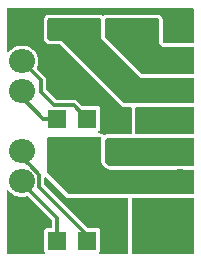
<source format=gbr>
%TF.GenerationSoftware,KiCad,Pcbnew,8.0.4*%
%TF.CreationDate,2024-09-15T22:21:47-03:00*%
%TF.ProjectId,PCBWay-Module_TA6586,50434257-6179-42d4-9d6f-64756c655f54,rev?*%
%TF.SameCoordinates,Original*%
%TF.FileFunction,Copper,L1,Top*%
%TF.FilePolarity,Positive*%
%FSLAX46Y46*%
G04 Gerber Fmt 4.6, Leading zero omitted, Abs format (unit mm)*
G04 Created by KiCad (PCBNEW 8.0.4) date 2024-09-15 22:21:47*
%MOMM*%
%LPD*%
G01*
G04 APERTURE LIST*
G04 Aperture macros list*
%AMRoundRect*
0 Rectangle with rounded corners*
0 $1 Rounding radius*
0 $2 $3 $4 $5 $6 $7 $8 $9 X,Y pos of 4 corners*
0 Add a 4 corners polygon primitive as box body*
4,1,4,$2,$3,$4,$5,$6,$7,$8,$9,$2,$3,0*
0 Add four circle primitives for the rounded corners*
1,1,$1+$1,$2,$3*
1,1,$1+$1,$4,$5*
1,1,$1+$1,$6,$7*
1,1,$1+$1,$8,$9*
0 Add four rect primitives between the rounded corners*
20,1,$1+$1,$2,$3,$4,$5,0*
20,1,$1+$1,$4,$5,$6,$7,0*
20,1,$1+$1,$6,$7,$8,$9,0*
20,1,$1+$1,$8,$9,$2,$3,0*%
G04 Aperture macros list end*
%TA.AperFunction,SMDPad,CuDef*%
%ADD10R,1.600000X1.600000*%
%TD*%
%TA.AperFunction,ComponentPad*%
%ADD11RoundRect,0.250000X0.850000X0.750000X-0.850000X0.750000X-0.850000X-0.750000X0.850000X-0.750000X0*%
%TD*%
%TA.AperFunction,ComponentPad*%
%ADD12O,2.200000X2.000000*%
%TD*%
%TA.AperFunction,ViaPad*%
%ADD13C,0.600000*%
%TD*%
%TA.AperFunction,Conductor*%
%ADD14C,0.304800*%
%TD*%
G04 APERTURE END LIST*
D10*
%TO.P,U1,1,IN1*%
%TO.N,/IN_A1*%
X142980000Y-87220000D03*
%TO.P,U1,2,IN2*%
%TO.N,/IN_A2*%
X145520000Y-87220000D03*
%TO.P,U1,3,GND*%
%TO.N,GND*%
X148060000Y-87220000D03*
%TO.P,U1,4,VM*%
%TO.N,/VM*%
X150600000Y-87220000D03*
%TO.P,U1,5,OUT1*%
%TO.N,/OUT_A1*%
X150600000Y-79600000D03*
%TO.P,U1,6,OUT1*%
X148060000Y-79600000D03*
%TO.P,U1,7,OUT2*%
%TO.N,/OUT_A2*%
X145520000Y-79600000D03*
%TO.P,U1,8,OUT2*%
X142980000Y-79600000D03*
%TD*%
%TO.P,U2,1,IN1*%
%TO.N,/IN_B1*%
X142980000Y-76900000D03*
%TO.P,U2,2,IN2*%
%TO.N,/IN_B2*%
X145520000Y-76900000D03*
%TO.P,U2,3,GND*%
%TO.N,GND*%
X148060000Y-76900000D03*
%TO.P,U2,4,VM*%
%TO.N,/VM*%
X150600000Y-76900000D03*
%TO.P,U2,5,OUT1*%
%TO.N,/OUT_B1*%
X150600000Y-69280000D03*
%TO.P,U2,6,OUT1*%
X148060000Y-69280000D03*
%TO.P,U2,7,OUT2*%
%TO.N,/OUT_B2*%
X145520000Y-69280000D03*
%TO.P,U2,8,OUT2*%
X142980000Y-69280000D03*
%TD*%
D11*
%TO.P,J1,1,Pin_1*%
%TO.N,GND*%
X140000000Y-69500000D03*
D12*
%TO.P,J1,2,Pin_2*%
%TO.N,/IN_B2*%
X140000000Y-72040000D03*
%TO.P,J1,3,Pin_3*%
%TO.N,/IN_B1*%
X140000000Y-74580000D03*
%TO.P,J1,5,Pin_5*%
%TO.N,/IN_A2*%
X140000000Y-79660000D03*
%TO.P,J1,6,Pin_6*%
%TO.N,/IN_A1*%
X140000000Y-82200000D03*
%TO.P,J1,7,Pin_7*%
%TO.N,GND*%
X140000000Y-84740000D03*
%TD*%
D11*
%TO.P,J2,1,Pin_1*%
%TO.N,GND*%
X153400000Y-69500000D03*
D12*
%TO.P,J2,2,Pin_2*%
%TO.N,/OUT_B1*%
X153400000Y-72040000D03*
%TO.P,J2,3,Pin_3*%
%TO.N,/OUT_B2*%
X153400000Y-74580000D03*
%TO.P,J2,4,Pin_4*%
%TO.N,/VM*%
X153400000Y-77120000D03*
%TO.P,J2,5,Pin_5*%
%TO.N,/OUT_A1*%
X153400000Y-79660000D03*
%TO.P,J2,6,Pin_6*%
%TO.N,/OUT_A2*%
X153400000Y-82200000D03*
%TO.P,J2,7,Pin_7*%
%TO.N,/VM*%
X153400000Y-84740000D03*
%TD*%
D13*
%TO.N,/OUT_B2*%
X145600000Y-70850000D03*
X142950000Y-69300000D03*
X144225000Y-69300000D03*
X149500000Y-74500000D03*
X146500000Y-71750000D03*
X150900000Y-74550000D03*
X145500000Y-69300000D03*
X147450000Y-72650000D03*
X148500000Y-73700000D03*
%TO.N,/OUT_B1*%
X148050000Y-69300000D03*
X150600000Y-69300000D03*
X150950000Y-71900000D03*
X149800000Y-70800000D03*
X149325000Y-69300000D03*
%TO.N,/OUT_A1*%
X148050000Y-79600000D03*
X149325000Y-79600000D03*
X150600000Y-79600000D03*
%TO.N,/OUT_A2*%
X151550000Y-82150000D03*
X145500000Y-79600000D03*
X147350000Y-82150000D03*
X149600000Y-82150000D03*
X144600000Y-82150000D03*
X142950000Y-79600000D03*
X142950000Y-81050000D03*
X145500000Y-81050000D03*
X144225000Y-79600000D03*
%TO.N,GND*%
X146100000Y-84250000D03*
X141350000Y-86650000D03*
X143150000Y-71600000D03*
X143950000Y-74450000D03*
X146050000Y-74450000D03*
X148060000Y-76900000D03*
X144950000Y-75250000D03*
X148050000Y-85550000D03*
X141950000Y-72500000D03*
X144050000Y-72500000D03*
X145000000Y-73400000D03*
X147050000Y-75250000D03*
X141350000Y-87650000D03*
X142900000Y-73400000D03*
X139350000Y-86650000D03*
X139350000Y-87650000D03*
X141650000Y-70900000D03*
X140350000Y-86650000D03*
X148060000Y-87220000D03*
X148050000Y-84250000D03*
X146100000Y-85550000D03*
X140350000Y-87650000D03*
%TO.N,/VM*%
X153750000Y-86600000D03*
X151800000Y-87900000D03*
X151850000Y-76900000D03*
X151800000Y-86600000D03*
X153750000Y-87900000D03*
X151800000Y-85550000D03*
X151800000Y-84250000D03*
X150600000Y-76900000D03*
X149850000Y-85550000D03*
X150600000Y-87220000D03*
X149850000Y-84250000D03*
%TD*%
D14*
%TO.N,/IN_B1*%
X141800000Y-76900000D02*
X142980000Y-76900000D01*
X140000000Y-75100000D02*
X141800000Y-76900000D01*
X140000000Y-74580000D02*
X140000000Y-75100000D01*
%TO.N,/IN_A2*%
X140647600Y-80847600D02*
X140660182Y-80847600D01*
X140660182Y-80847600D02*
X141452400Y-81639818D01*
X140000000Y-79660000D02*
X140000000Y-80200000D01*
X141452400Y-81639818D02*
X141452400Y-82652400D01*
X140000000Y-80200000D02*
X140647600Y-80847600D01*
X141452400Y-82652400D02*
X145520000Y-86720000D01*
%TO.N,/IN_A1*%
X140000000Y-82300000D02*
X142980000Y-85280000D01*
X142980000Y-85280000D02*
X142980000Y-87220000D01*
X140000000Y-82200000D02*
X140000000Y-82300000D01*
%TO.N,/IN_B2*%
X142747600Y-75747600D02*
X144367600Y-75747600D01*
X144367600Y-75747600D02*
X145520000Y-76900000D01*
X140000000Y-72040000D02*
X141600000Y-73640000D01*
X141600000Y-73640000D02*
X141600000Y-74600000D01*
X141600000Y-74600000D02*
X142747600Y-75747600D01*
%TD*%
%TA.AperFunction,Conductor*%
%TO.N,/VM*%
G36*
X154558691Y-83624407D02*
G01*
X154594655Y-83673907D01*
X154599500Y-83704500D01*
X154599500Y-88250500D01*
X154580593Y-88308691D01*
X154531093Y-88344655D01*
X154500500Y-88349500D01*
X149399000Y-88349500D01*
X149340809Y-88330593D01*
X149304845Y-88281093D01*
X149300000Y-88250500D01*
X149300000Y-83704500D01*
X149318907Y-83646309D01*
X149368407Y-83610345D01*
X149399000Y-83605500D01*
X154500500Y-83605500D01*
X154558691Y-83624407D01*
G37*
%TD.AperFunction*%
%TD*%
%TA.AperFunction,Conductor*%
%TO.N,/OUT_A1*%
G36*
X154558691Y-78518907D02*
G01*
X154594655Y-78568407D01*
X154599500Y-78599000D01*
X154599500Y-80801000D01*
X154580593Y-80859191D01*
X154531093Y-80895155D01*
X154500500Y-80900000D01*
X153612599Y-80900000D01*
X153604836Y-80899695D01*
X153602357Y-80899500D01*
X153602352Y-80899500D01*
X153197648Y-80899500D01*
X153197643Y-80899500D01*
X153195164Y-80899695D01*
X153187401Y-80900000D01*
X147441008Y-80900000D01*
X147382817Y-80881093D01*
X147371004Y-80871004D01*
X147028996Y-80528996D01*
X147001219Y-80474479D01*
X147000000Y-80458992D01*
X147000000Y-78741008D01*
X147018907Y-78682817D01*
X147028996Y-78671004D01*
X147171004Y-78528996D01*
X147225521Y-78501219D01*
X147241008Y-78500000D01*
X154500500Y-78500000D01*
X154558691Y-78518907D01*
G37*
%TD.AperFunction*%
%TD*%
%TA.AperFunction,Conductor*%
%TO.N,/OUT_B1*%
G36*
X151559191Y-68418907D02*
G01*
X151595155Y-68468407D01*
X151600000Y-68499000D01*
X151600000Y-70500000D01*
X151900000Y-70800000D01*
X152496809Y-70800000D01*
X152503933Y-70800426D01*
X152503940Y-70800323D01*
X152506895Y-70800499D01*
X152506898Y-70800500D01*
X152506901Y-70800500D01*
X154293099Y-70800500D01*
X154293102Y-70800500D01*
X154293104Y-70800499D01*
X154296060Y-70800323D01*
X154296066Y-70800426D01*
X154303191Y-70800000D01*
X154500500Y-70800000D01*
X154558691Y-70818907D01*
X154594655Y-70868407D01*
X154599500Y-70899000D01*
X154599500Y-73045500D01*
X154580593Y-73103691D01*
X154531093Y-73139655D01*
X154500500Y-73144500D01*
X150235508Y-73144500D01*
X150177317Y-73125593D01*
X150165504Y-73115504D01*
X147078996Y-70028996D01*
X147051219Y-69974479D01*
X147050000Y-69958992D01*
X147050000Y-68499000D01*
X147068907Y-68440809D01*
X147118407Y-68404845D01*
X147149000Y-68400000D01*
X151501000Y-68400000D01*
X151559191Y-68418907D01*
G37*
%TD.AperFunction*%
%TD*%
%TA.AperFunction,Conductor*%
%TO.N,/OUT_B2*%
G36*
X146659191Y-68418907D02*
G01*
X146695155Y-68468407D01*
X146700000Y-68499000D01*
X146700000Y-70100000D01*
X150050000Y-73450000D01*
X154500500Y-73450000D01*
X154558691Y-73468907D01*
X154594655Y-73518407D01*
X154599500Y-73549000D01*
X154599500Y-75501000D01*
X154580593Y-75559191D01*
X154531093Y-75595155D01*
X154500500Y-75600000D01*
X148741008Y-75600000D01*
X148682817Y-75581093D01*
X148671004Y-75571004D01*
X146550000Y-73450000D01*
X143400000Y-70300000D01*
X143399999Y-70300000D01*
X142391008Y-70300000D01*
X142332817Y-70281093D01*
X142321004Y-70271004D01*
X142178996Y-70128996D01*
X142151219Y-70074479D01*
X142150000Y-70058992D01*
X142150000Y-68499000D01*
X142168907Y-68440809D01*
X142218407Y-68404845D01*
X142249000Y-68400000D01*
X146601000Y-68400000D01*
X146659191Y-68418907D01*
G37*
%TD.AperFunction*%
%TD*%
%TA.AperFunction,Conductor*%
%TO.N,/VM*%
G36*
X154558691Y-75924407D02*
G01*
X154594655Y-75973907D01*
X154599500Y-76004500D01*
X154599500Y-78095500D01*
X154580593Y-78153691D01*
X154531093Y-78189655D01*
X154500500Y-78194500D01*
X149699000Y-78194500D01*
X149640809Y-78175593D01*
X149604845Y-78126093D01*
X149600000Y-78095500D01*
X149600000Y-76004500D01*
X149618907Y-75946309D01*
X149668407Y-75910345D01*
X149699000Y-75905500D01*
X154500500Y-75905500D01*
X154558691Y-75924407D01*
G37*
%TD.AperFunction*%
%TD*%
%TA.AperFunction,Conductor*%
%TO.N,/OUT_A2*%
G36*
X146695734Y-78468907D02*
G01*
X146731698Y-78518407D01*
X146731698Y-78579593D01*
X146728474Y-78588148D01*
X146728357Y-78588419D01*
X146709451Y-78646603D01*
X146694500Y-78741004D01*
X146694500Y-80458981D01*
X146695442Y-80482969D01*
X146696664Y-80498494D01*
X146697294Y-80505472D01*
X146729015Y-80613170D01*
X146756792Y-80667687D01*
X146782662Y-80703294D01*
X146812970Y-80745011D01*
X146812972Y-80745013D01*
X146812975Y-80745017D01*
X147154983Y-81087025D01*
X147172601Y-81103311D01*
X147184414Y-81113400D01*
X147189831Y-81117919D01*
X147189837Y-81117922D01*
X147189842Y-81117926D01*
X147288409Y-81171639D01*
X147288411Y-81171640D01*
X147346604Y-81190548D01*
X147346601Y-81190548D01*
X147441005Y-81205500D01*
X147441008Y-81205500D01*
X153187396Y-81205500D01*
X153187401Y-81205500D01*
X153199395Y-81205264D01*
X153204180Y-81205076D01*
X153208066Y-81205000D01*
X153591934Y-81205000D01*
X153595820Y-81205076D01*
X153600605Y-81205264D01*
X153612599Y-81205500D01*
X153612604Y-81205500D01*
X154500500Y-81205500D01*
X154558691Y-81224407D01*
X154594655Y-81273907D01*
X154599500Y-81304500D01*
X154599500Y-83201000D01*
X154580593Y-83259191D01*
X154531093Y-83295155D01*
X154500500Y-83300000D01*
X143991008Y-83300000D01*
X143932817Y-83281093D01*
X143921004Y-83271004D01*
X142178996Y-81528996D01*
X142151219Y-81474479D01*
X142150000Y-81458992D01*
X142150000Y-78549000D01*
X142168907Y-78490809D01*
X142218407Y-78454845D01*
X142249000Y-78450000D01*
X146637543Y-78450000D01*
X146695734Y-78468907D01*
G37*
%TD.AperFunction*%
%TD*%
%TA.AperFunction,Conductor*%
%TO.N,GND*%
G36*
X138879591Y-83008070D02*
G01*
X138879593Y-83008073D01*
X138908029Y-83047213D01*
X138908031Y-83047215D01*
X138908034Y-83047219D01*
X139052781Y-83191966D01*
X139052784Y-83191968D01*
X139052786Y-83191970D01*
X139218386Y-83312285D01*
X139218390Y-83312287D01*
X139400781Y-83405220D01*
X139595466Y-83468477D01*
X139595467Y-83468477D01*
X139595470Y-83468478D01*
X139797645Y-83500500D01*
X139797648Y-83500500D01*
X140202355Y-83500500D01*
X140404530Y-83468478D01*
X140404530Y-83468477D01*
X140404534Y-83468477D01*
X140440006Y-83456950D01*
X140501188Y-83456948D01*
X140540603Y-83481100D01*
X142498104Y-85438601D01*
X142525881Y-85493118D01*
X142527100Y-85508605D01*
X142527100Y-86020500D01*
X142508193Y-86078691D01*
X142458693Y-86114655D01*
X142428100Y-86119500D01*
X142135139Y-86119500D01*
X142135136Y-86119501D01*
X142110009Y-86122414D01*
X142007235Y-86167794D01*
X141927794Y-86247235D01*
X141882414Y-86350011D01*
X141879500Y-86375130D01*
X141879500Y-88064860D01*
X141879501Y-88064863D01*
X141882414Y-88089990D01*
X141905104Y-88141378D01*
X141927794Y-88192765D01*
X141927795Y-88192766D01*
X141929019Y-88194553D01*
X141929890Y-88197511D01*
X141931500Y-88201157D01*
X141931025Y-88201366D01*
X141946305Y-88253246D01*
X141925791Y-88310890D01*
X141875312Y-88345467D01*
X141847343Y-88349500D01*
X138799500Y-88349500D01*
X138741309Y-88330593D01*
X138705345Y-88281093D01*
X138700500Y-88250500D01*
X138700500Y-83066263D01*
X138719407Y-83008072D01*
X138768907Y-82972108D01*
X138830093Y-82972108D01*
X138879591Y-83008070D01*
G37*
%TD.AperFunction*%
%TA.AperFunction,Conductor*%
G36*
X142074301Y-81856343D02*
G01*
X143704983Y-83487025D01*
X143722601Y-83503311D01*
X143734414Y-83513400D01*
X143739831Y-83517919D01*
X143739837Y-83517922D01*
X143739842Y-83517926D01*
X143838409Y-83571639D01*
X143838411Y-83571640D01*
X143896604Y-83590548D01*
X143896601Y-83590548D01*
X143991005Y-83605500D01*
X143991008Y-83605500D01*
X148895500Y-83605500D01*
X148953691Y-83624407D01*
X148989655Y-83673907D01*
X148994500Y-83704500D01*
X148994500Y-88250500D01*
X148975593Y-88308691D01*
X148926093Y-88344655D01*
X148895500Y-88349500D01*
X146652657Y-88349500D01*
X146594466Y-88330593D01*
X146558502Y-88281093D01*
X146558502Y-88219907D01*
X146570981Y-88194553D01*
X146572201Y-88192769D01*
X146572206Y-88192765D01*
X146617585Y-88089991D01*
X146620500Y-88064865D01*
X146620499Y-86375136D01*
X146617585Y-86350009D01*
X146572206Y-86247235D01*
X146492765Y-86167794D01*
X146389991Y-86122415D01*
X146389990Y-86122414D01*
X146389988Y-86122414D01*
X146364869Y-86119500D01*
X146364865Y-86119500D01*
X145601005Y-86119500D01*
X145542814Y-86100593D01*
X145531001Y-86090504D01*
X141934296Y-82493799D01*
X141906519Y-82439282D01*
X141905300Y-82423795D01*
X141905300Y-81926349D01*
X141924207Y-81868158D01*
X141973707Y-81832194D01*
X142034893Y-81832194D01*
X142074301Y-81856343D01*
G37*
%TD.AperFunction*%
%TA.AperFunction,Conductor*%
G36*
X154558691Y-67569407D02*
G01*
X154594655Y-67618907D01*
X154599500Y-67649500D01*
X154599500Y-70395500D01*
X154580593Y-70453691D01*
X154531093Y-70489655D01*
X154500500Y-70494500D01*
X154303191Y-70494500D01*
X154288127Y-70494950D01*
X154287935Y-70494956D01*
X154284978Y-70495000D01*
X152515023Y-70495000D01*
X152512067Y-70494956D01*
X152496809Y-70494500D01*
X152496804Y-70494500D01*
X152067550Y-70494500D01*
X152009359Y-70475593D01*
X151997546Y-70465504D01*
X151934496Y-70402454D01*
X151906719Y-70347937D01*
X151905500Y-70332450D01*
X151905500Y-68499006D01*
X151905500Y-68499000D01*
X151901739Y-68451214D01*
X151896894Y-68420621D01*
X151890487Y-68390246D01*
X151842309Y-68288838D01*
X151842304Y-68288831D01*
X151806348Y-68239342D01*
X151806347Y-68239341D01*
X151806345Y-68239338D01*
X151752177Y-68182081D01*
X151752176Y-68182080D01*
X151752175Y-68182079D01*
X151653598Y-68128360D01*
X151653596Y-68128359D01*
X151595403Y-68109451D01*
X151595406Y-68109451D01*
X151501003Y-68094500D01*
X151501000Y-68094500D01*
X147149000Y-68094500D01*
X147101214Y-68098261D01*
X147084800Y-68100860D01*
X147070619Y-68103106D01*
X147070614Y-68103106D01*
X147040247Y-68109512D01*
X147040242Y-68109514D01*
X146938841Y-68157689D01*
X146938829Y-68157696D01*
X146933130Y-68161837D01*
X146874939Y-68180742D01*
X146827571Y-68168672D01*
X146797013Y-68152020D01*
X146753595Y-68128359D01*
X146695403Y-68109451D01*
X146695406Y-68109451D01*
X146601003Y-68094500D01*
X146601000Y-68094500D01*
X142249000Y-68094500D01*
X142201214Y-68098261D01*
X142184800Y-68100860D01*
X142170619Y-68103106D01*
X142170614Y-68103106D01*
X142140247Y-68109512D01*
X142140242Y-68109514D01*
X142038841Y-68157689D01*
X142038831Y-68157695D01*
X141989342Y-68193651D01*
X141932079Y-68247824D01*
X141878360Y-68346401D01*
X141878359Y-68346403D01*
X141859451Y-68404595D01*
X141844500Y-68498996D01*
X141844500Y-70058981D01*
X141845442Y-70082969D01*
X141846664Y-70098494D01*
X141847294Y-70105472D01*
X141879015Y-70213170D01*
X141906792Y-70267687D01*
X141932662Y-70303294D01*
X141962970Y-70345011D01*
X141962972Y-70345013D01*
X141962975Y-70345017D01*
X142104983Y-70487025D01*
X142122601Y-70503311D01*
X142134414Y-70513400D01*
X142139831Y-70517919D01*
X142139837Y-70517922D01*
X142139842Y-70517926D01*
X142238409Y-70571639D01*
X142238411Y-70571640D01*
X142296604Y-70590548D01*
X142296601Y-70590548D01*
X142391005Y-70605500D01*
X142391008Y-70605500D01*
X143232450Y-70605500D01*
X143290641Y-70624407D01*
X143302454Y-70634496D01*
X148454983Y-75787025D01*
X148472601Y-75803311D01*
X148484414Y-75813400D01*
X148489831Y-75817919D01*
X148489837Y-75817922D01*
X148489842Y-75817926D01*
X148588409Y-75871639D01*
X148588411Y-75871640D01*
X148646604Y-75890548D01*
X148646601Y-75890548D01*
X148741005Y-75905500D01*
X148741008Y-75905500D01*
X149195500Y-75905500D01*
X149253691Y-75924407D01*
X149289655Y-75973907D01*
X149294500Y-76004500D01*
X149294500Y-78095500D01*
X149275593Y-78153691D01*
X149226093Y-78189655D01*
X149195500Y-78194500D01*
X147241008Y-78194500D01*
X147226025Y-78195088D01*
X147217030Y-78195442D01*
X147201505Y-78196664D01*
X147194527Y-78197294D01*
X147086829Y-78229015D01*
X147032310Y-78256793D01*
X147031405Y-78257451D01*
X147031047Y-78257567D01*
X147028991Y-78258827D01*
X147028688Y-78258333D01*
X146973211Y-78276350D01*
X146915023Y-78257435D01*
X146901309Y-78245387D01*
X146888721Y-78232082D01*
X146888718Y-78232079D01*
X146790141Y-78178360D01*
X146790139Y-78178359D01*
X146731946Y-78159451D01*
X146731949Y-78159451D01*
X146637546Y-78144500D01*
X146637543Y-78144500D01*
X146526571Y-78144500D01*
X146468380Y-78125593D01*
X146432416Y-78076093D01*
X146432416Y-78014907D01*
X146468380Y-77965407D01*
X146486578Y-77954937D01*
X146492765Y-77952206D01*
X146572206Y-77872765D01*
X146617585Y-77769991D01*
X146620500Y-77744865D01*
X146620499Y-76055136D01*
X146617585Y-76030009D01*
X146572206Y-75927235D01*
X146492765Y-75847794D01*
X146389991Y-75802415D01*
X146389990Y-75802414D01*
X146389988Y-75802414D01*
X146364869Y-75799500D01*
X146364865Y-75799500D01*
X145101005Y-75799500D01*
X145042814Y-75780593D01*
X145031002Y-75770504D01*
X144645687Y-75385190D01*
X144645682Y-75385186D01*
X144542416Y-75325565D01*
X144542418Y-75325565D01*
X144497724Y-75313589D01*
X144427225Y-75294700D01*
X144427223Y-75294700D01*
X142976206Y-75294700D01*
X142918015Y-75275793D01*
X142906202Y-75265704D01*
X142081896Y-74441398D01*
X142054119Y-74386881D01*
X142052900Y-74371394D01*
X142052900Y-73580376D01*
X142052900Y-73580375D01*
X142022036Y-73465187D01*
X142022034Y-73465184D01*
X142022034Y-73465182D01*
X141962413Y-73361917D01*
X141962409Y-73361912D01*
X141878087Y-73277589D01*
X141878087Y-73277590D01*
X141300215Y-72699718D01*
X141272438Y-72645201D01*
X141282008Y-72584773D01*
X141305220Y-72539219D01*
X141368477Y-72344534D01*
X141400500Y-72142352D01*
X141400500Y-71937648D01*
X141400500Y-71937644D01*
X141368478Y-71735470D01*
X141368477Y-71735466D01*
X141305220Y-71540781D01*
X141212287Y-71358390D01*
X141212285Y-71358386D01*
X141091970Y-71192786D01*
X141091967Y-71192783D01*
X141091966Y-71192781D01*
X140947219Y-71048034D01*
X140947215Y-71048031D01*
X140947213Y-71048029D01*
X140781613Y-70927714D01*
X140781609Y-70927712D01*
X140599219Y-70834780D01*
X140404529Y-70771521D01*
X140202355Y-70739500D01*
X140202352Y-70739500D01*
X139797648Y-70739500D01*
X139797645Y-70739500D01*
X139595470Y-70771521D01*
X139400780Y-70834780D01*
X139218390Y-70927712D01*
X139218386Y-70927714D01*
X139052786Y-71048029D01*
X138908032Y-71192783D01*
X138879593Y-71231927D01*
X138830093Y-71267891D01*
X138768907Y-71267891D01*
X138719407Y-71231927D01*
X138700500Y-71173736D01*
X138700500Y-67649500D01*
X138719407Y-67591309D01*
X138768907Y-67555345D01*
X138799500Y-67550500D01*
X154500500Y-67550500D01*
X154558691Y-67569407D01*
G37*
%TD.AperFunction*%
%TD*%
M02*

</source>
